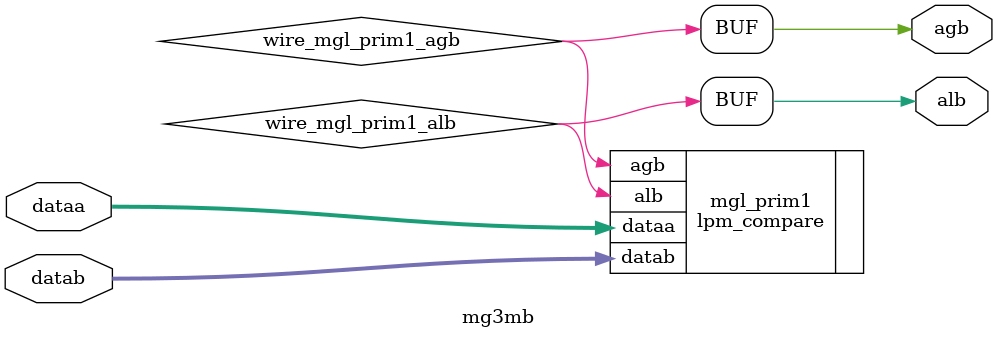
<source format=v>






//synthesis_resources = lpm_compare 1 
//synopsys translate_off
`timescale 1 ps / 1 ps
//synopsys translate_on
module  mg3mb
	( 
	agb,
	alb,
	dataa,
	datab) /* synthesis synthesis_clearbox=1 */;
	output   agb;
	output   alb;
	input   [9:0]  dataa;
	input   [9:0]  datab;

	wire  wire_mgl_prim1_agb;
	wire  wire_mgl_prim1_alb;

	lpm_compare   mgl_prim1
	( 
	.agb(wire_mgl_prim1_agb),
	.alb(wire_mgl_prim1_alb),
	.dataa(dataa),
	.datab(datab));
	defparam
		mgl_prim1.lpm_representation = "UNSIGNED",
		mgl_prim1.lpm_type = "LPM_COMPARE",
		mgl_prim1.lpm_width = 10;
	assign
		agb = wire_mgl_prim1_agb,
		alb = wire_mgl_prim1_alb;
endmodule //mg3mb
//VALID FILE

</source>
